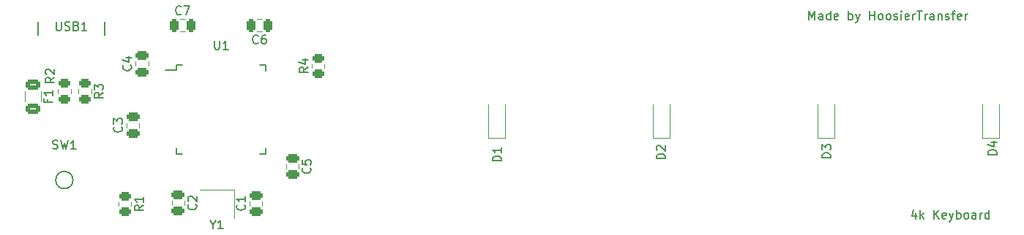
<source format=gto>
%TF.GenerationSoftware,KiCad,Pcbnew,(6.0.6)*%
%TF.CreationDate,2022-06-26T20:00:42-04:00*%
%TF.ProjectId,keyboard,6b657962-6f61-4726-942e-6b696361645f,rev?*%
%TF.SameCoordinates,Original*%
%TF.FileFunction,Legend,Top*%
%TF.FilePolarity,Positive*%
%FSLAX46Y46*%
G04 Gerber Fmt 4.6, Leading zero omitted, Abs format (unit mm)*
G04 Created by KiCad (PCBNEW (6.0.6)) date 2022-06-26 20:00:42*
%MOMM*%
%LPD*%
G01*
G04 APERTURE LIST*
G04 Aperture macros list*
%AMRoundRect*
0 Rectangle with rounded corners*
0 $1 Rounding radius*
0 $2 $3 $4 $5 $6 $7 $8 $9 X,Y pos of 4 corners*
0 Add a 4 corners polygon primitive as box body*
4,1,4,$2,$3,$4,$5,$6,$7,$8,$9,$2,$3,0*
0 Add four circle primitives for the rounded corners*
1,1,$1+$1,$2,$3*
1,1,$1+$1,$4,$5*
1,1,$1+$1,$6,$7*
1,1,$1+$1,$8,$9*
0 Add four rect primitives between the rounded corners*
20,1,$1+$1,$2,$3,$4,$5,0*
20,1,$1+$1,$4,$5,$6,$7,0*
20,1,$1+$1,$6,$7,$8,$9,0*
20,1,$1+$1,$8,$9,$2,$3,0*%
G04 Aperture macros list end*
%ADD10C,0.150000*%
%ADD11C,0.120000*%
%ADD12R,0.500000X2.250000*%
%ADD13O,1.700000X2.700000*%
%ADD14R,1.800000X1.100000*%
%ADD15RoundRect,0.250000X-0.475000X0.250000X-0.475000X-0.250000X0.475000X-0.250000X0.475000X0.250000X0*%
%ADD16R,1.400000X1.200000*%
%ADD17R,0.550000X1.500000*%
%ADD18R,1.500000X0.550000*%
%ADD19RoundRect,0.250000X0.450000X-0.262500X0.450000X0.262500X-0.450000X0.262500X-0.450000X-0.262500X0*%
%ADD20RoundRect,0.250000X-0.450000X0.262500X-0.450000X-0.262500X0.450000X-0.262500X0.450000X0.262500X0*%
%ADD21C,1.750000*%
%ADD22C,3.987800*%
%ADD23RoundRect,0.250000X-0.625000X0.375000X-0.625000X-0.375000X0.625000X-0.375000X0.625000X0.375000X0*%
%ADD24R,1.200000X0.900000*%
%ADD25RoundRect,0.250000X-0.250000X-0.475000X0.250000X-0.475000X0.250000X0.475000X-0.250000X0.475000X0*%
%ADD26RoundRect,0.250000X0.250000X0.475000X-0.250000X0.475000X-0.250000X-0.475000X0.250000X-0.475000X0*%
%ADD27RoundRect,0.250000X0.475000X-0.250000X0.475000X0.250000X-0.475000X0.250000X-0.475000X-0.250000X0*%
G04 APERTURE END LIST*
D10*
X145328190Y-99861714D02*
X145328190Y-100528380D01*
X145090095Y-99480761D02*
X144852000Y-100195047D01*
X145471047Y-100195047D01*
X145852000Y-100528380D02*
X145852000Y-99528380D01*
X145947238Y-100147428D02*
X146232952Y-100528380D01*
X146232952Y-99861714D02*
X145852000Y-100242666D01*
X147423428Y-100528380D02*
X147423428Y-99528380D01*
X147994857Y-100528380D02*
X147566285Y-99956952D01*
X147994857Y-99528380D02*
X147423428Y-100099809D01*
X148804380Y-100480761D02*
X148709142Y-100528380D01*
X148518666Y-100528380D01*
X148423428Y-100480761D01*
X148375809Y-100385523D01*
X148375809Y-100004571D01*
X148423428Y-99909333D01*
X148518666Y-99861714D01*
X148709142Y-99861714D01*
X148804380Y-99909333D01*
X148852000Y-100004571D01*
X148852000Y-100099809D01*
X148375809Y-100195047D01*
X149185333Y-99861714D02*
X149423428Y-100528380D01*
X149661523Y-99861714D02*
X149423428Y-100528380D01*
X149328190Y-100766476D01*
X149280571Y-100814095D01*
X149185333Y-100861714D01*
X150042476Y-100528380D02*
X150042476Y-99528380D01*
X150042476Y-99909333D02*
X150137714Y-99861714D01*
X150328190Y-99861714D01*
X150423428Y-99909333D01*
X150471047Y-99956952D01*
X150518666Y-100052190D01*
X150518666Y-100337904D01*
X150471047Y-100433142D01*
X150423428Y-100480761D01*
X150328190Y-100528380D01*
X150137714Y-100528380D01*
X150042476Y-100480761D01*
X151090095Y-100528380D02*
X150994857Y-100480761D01*
X150947238Y-100433142D01*
X150899619Y-100337904D01*
X150899619Y-100052190D01*
X150947238Y-99956952D01*
X150994857Y-99909333D01*
X151090095Y-99861714D01*
X151232952Y-99861714D01*
X151328190Y-99909333D01*
X151375809Y-99956952D01*
X151423428Y-100052190D01*
X151423428Y-100337904D01*
X151375809Y-100433142D01*
X151328190Y-100480761D01*
X151232952Y-100528380D01*
X151090095Y-100528380D01*
X152280571Y-100528380D02*
X152280571Y-100004571D01*
X152232952Y-99909333D01*
X152137714Y-99861714D01*
X151947238Y-99861714D01*
X151852000Y-99909333D01*
X152280571Y-100480761D02*
X152185333Y-100528380D01*
X151947238Y-100528380D01*
X151852000Y-100480761D01*
X151804380Y-100385523D01*
X151804380Y-100290285D01*
X151852000Y-100195047D01*
X151947238Y-100147428D01*
X152185333Y-100147428D01*
X152280571Y-100099809D01*
X152756761Y-100528380D02*
X152756761Y-99861714D01*
X152756761Y-100052190D02*
X152804380Y-99956952D01*
X152852000Y-99909333D01*
X152947238Y-99861714D01*
X153042476Y-99861714D01*
X153804380Y-100528380D02*
X153804380Y-99528380D01*
X153804380Y-100480761D02*
X153709142Y-100528380D01*
X153518666Y-100528380D01*
X153423428Y-100480761D01*
X153375809Y-100433142D01*
X153328190Y-100337904D01*
X153328190Y-100052190D01*
X153375809Y-99956952D01*
X153423428Y-99909333D01*
X153518666Y-99861714D01*
X153709142Y-99861714D01*
X153804380Y-99909333D01*
X132986011Y-77446130D02*
X132986011Y-76446130D01*
X133319345Y-77160416D01*
X133652678Y-76446130D01*
X133652678Y-77446130D01*
X134557440Y-77446130D02*
X134557440Y-76922321D01*
X134509821Y-76827083D01*
X134414583Y-76779464D01*
X134224107Y-76779464D01*
X134128869Y-76827083D01*
X134557440Y-77398511D02*
X134462202Y-77446130D01*
X134224107Y-77446130D01*
X134128869Y-77398511D01*
X134081249Y-77303273D01*
X134081249Y-77208035D01*
X134128869Y-77112797D01*
X134224107Y-77065178D01*
X134462202Y-77065178D01*
X134557440Y-77017559D01*
X135462202Y-77446130D02*
X135462202Y-76446130D01*
X135462202Y-77398511D02*
X135366964Y-77446130D01*
X135176488Y-77446130D01*
X135081250Y-77398511D01*
X135033630Y-77350892D01*
X134986011Y-77255654D01*
X134986011Y-76969940D01*
X135033630Y-76874702D01*
X135081250Y-76827083D01*
X135176488Y-76779464D01*
X135366964Y-76779464D01*
X135462202Y-76827083D01*
X136319345Y-77398511D02*
X136224107Y-77446130D01*
X136033630Y-77446130D01*
X135938392Y-77398511D01*
X135890773Y-77303273D01*
X135890773Y-76922321D01*
X135938392Y-76827083D01*
X136033630Y-76779464D01*
X136224107Y-76779464D01*
X136319345Y-76827083D01*
X136366964Y-76922321D01*
X136366964Y-77017559D01*
X135890773Y-77112797D01*
X137557440Y-77446130D02*
X137557440Y-76446130D01*
X137557440Y-76827083D02*
X137652678Y-76779464D01*
X137843154Y-76779464D01*
X137938392Y-76827083D01*
X137986011Y-76874702D01*
X138033630Y-76969940D01*
X138033630Y-77255654D01*
X137986011Y-77350892D01*
X137938392Y-77398511D01*
X137843154Y-77446130D01*
X137652678Y-77446130D01*
X137557440Y-77398511D01*
X138366964Y-76779464D02*
X138605059Y-77446130D01*
X138843154Y-76779464D02*
X138605059Y-77446130D01*
X138509821Y-77684226D01*
X138462202Y-77731845D01*
X138366964Y-77779464D01*
X139986011Y-77446130D02*
X139986011Y-76446130D01*
X139986011Y-76922321D02*
X140557440Y-76922321D01*
X140557440Y-77446130D02*
X140557440Y-76446130D01*
X141176488Y-77446130D02*
X141081250Y-77398511D01*
X141033630Y-77350892D01*
X140986011Y-77255654D01*
X140986011Y-76969940D01*
X141033630Y-76874702D01*
X141081250Y-76827083D01*
X141176488Y-76779464D01*
X141319345Y-76779464D01*
X141414583Y-76827083D01*
X141462202Y-76874702D01*
X141509821Y-76969940D01*
X141509821Y-77255654D01*
X141462202Y-77350892D01*
X141414583Y-77398511D01*
X141319345Y-77446130D01*
X141176488Y-77446130D01*
X142081250Y-77446130D02*
X141986011Y-77398511D01*
X141938392Y-77350892D01*
X141890773Y-77255654D01*
X141890773Y-76969940D01*
X141938392Y-76874702D01*
X141986011Y-76827083D01*
X142081250Y-76779464D01*
X142224107Y-76779464D01*
X142319345Y-76827083D01*
X142366964Y-76874702D01*
X142414583Y-76969940D01*
X142414583Y-77255654D01*
X142366964Y-77350892D01*
X142319345Y-77398511D01*
X142224107Y-77446130D01*
X142081250Y-77446130D01*
X142795535Y-77398511D02*
X142890773Y-77446130D01*
X143081250Y-77446130D01*
X143176488Y-77398511D01*
X143224107Y-77303273D01*
X143224107Y-77255654D01*
X143176488Y-77160416D01*
X143081250Y-77112797D01*
X142938392Y-77112797D01*
X142843154Y-77065178D01*
X142795535Y-76969940D01*
X142795535Y-76922321D01*
X142843154Y-76827083D01*
X142938392Y-76779464D01*
X143081250Y-76779464D01*
X143176488Y-76827083D01*
X143652678Y-77446130D02*
X143652678Y-76779464D01*
X143652678Y-76446130D02*
X143605059Y-76493750D01*
X143652678Y-76541369D01*
X143700297Y-76493750D01*
X143652678Y-76446130D01*
X143652678Y-76541369D01*
X144509821Y-77398511D02*
X144414583Y-77446130D01*
X144224107Y-77446130D01*
X144128869Y-77398511D01*
X144081250Y-77303273D01*
X144081250Y-76922321D01*
X144128869Y-76827083D01*
X144224107Y-76779464D01*
X144414583Y-76779464D01*
X144509821Y-76827083D01*
X144557440Y-76922321D01*
X144557440Y-77017559D01*
X144081250Y-77112797D01*
X144986011Y-77446130D02*
X144986011Y-76779464D01*
X144986011Y-76969940D02*
X145033630Y-76874702D01*
X145081250Y-76827083D01*
X145176488Y-76779464D01*
X145271726Y-76779464D01*
X145462202Y-76446130D02*
X146033630Y-76446130D01*
X145747916Y-77446130D02*
X145747916Y-76446130D01*
X146366964Y-77446130D02*
X146366964Y-76779464D01*
X146366964Y-76969940D02*
X146414583Y-76874702D01*
X146462202Y-76827083D01*
X146557440Y-76779464D01*
X146652678Y-76779464D01*
X147414583Y-77446130D02*
X147414583Y-76922321D01*
X147366964Y-76827083D01*
X147271726Y-76779464D01*
X147081250Y-76779464D01*
X146986011Y-76827083D01*
X147414583Y-77398511D02*
X147319345Y-77446130D01*
X147081250Y-77446130D01*
X146986011Y-77398511D01*
X146938392Y-77303273D01*
X146938392Y-77208035D01*
X146986011Y-77112797D01*
X147081250Y-77065178D01*
X147319345Y-77065178D01*
X147414583Y-77017559D01*
X147890773Y-76779464D02*
X147890773Y-77446130D01*
X147890773Y-76874702D02*
X147938392Y-76827083D01*
X148033630Y-76779464D01*
X148176488Y-76779464D01*
X148271726Y-76827083D01*
X148319345Y-76922321D01*
X148319345Y-77446130D01*
X148747916Y-77398511D02*
X148843154Y-77446130D01*
X149033630Y-77446130D01*
X149128869Y-77398511D01*
X149176488Y-77303273D01*
X149176488Y-77255654D01*
X149128869Y-77160416D01*
X149033630Y-77112797D01*
X148890773Y-77112797D01*
X148795535Y-77065178D01*
X148747916Y-76969940D01*
X148747916Y-76922321D01*
X148795535Y-76827083D01*
X148890773Y-76779464D01*
X149033630Y-76779464D01*
X149128869Y-76827083D01*
X149462202Y-76779464D02*
X149843154Y-76779464D01*
X149605059Y-77446130D02*
X149605059Y-76588988D01*
X149652678Y-76493750D01*
X149747916Y-76446130D01*
X149843154Y-76446130D01*
X150557440Y-77398511D02*
X150462202Y-77446130D01*
X150271726Y-77446130D01*
X150176488Y-77398511D01*
X150128869Y-77303273D01*
X150128869Y-76922321D01*
X150176488Y-76827083D01*
X150271726Y-76779464D01*
X150462202Y-76779464D01*
X150557440Y-76827083D01*
X150605059Y-76922321D01*
X150605059Y-77017559D01*
X150128869Y-77112797D01*
X151033630Y-77446130D02*
X151033630Y-76779464D01*
X151033630Y-76969940D02*
X151081250Y-76874702D01*
X151128869Y-76827083D01*
X151224107Y-76779464D01*
X151319345Y-76779464D01*
%TO.C,USB1*%
X45886904Y-77684380D02*
X45886904Y-78493904D01*
X45934523Y-78589142D01*
X45982142Y-78636761D01*
X46077380Y-78684380D01*
X46267857Y-78684380D01*
X46363095Y-78636761D01*
X46410714Y-78589142D01*
X46458333Y-78493904D01*
X46458333Y-77684380D01*
X46886904Y-78636761D02*
X47029761Y-78684380D01*
X47267857Y-78684380D01*
X47363095Y-78636761D01*
X47410714Y-78589142D01*
X47458333Y-78493904D01*
X47458333Y-78398666D01*
X47410714Y-78303428D01*
X47363095Y-78255809D01*
X47267857Y-78208190D01*
X47077380Y-78160571D01*
X46982142Y-78112952D01*
X46934523Y-78065333D01*
X46886904Y-77970095D01*
X46886904Y-77874857D01*
X46934523Y-77779619D01*
X46982142Y-77732000D01*
X47077380Y-77684380D01*
X47315476Y-77684380D01*
X47458333Y-77732000D01*
X48220238Y-78160571D02*
X48363095Y-78208190D01*
X48410714Y-78255809D01*
X48458333Y-78351047D01*
X48458333Y-78493904D01*
X48410714Y-78589142D01*
X48363095Y-78636761D01*
X48267857Y-78684380D01*
X47886904Y-78684380D01*
X47886904Y-77684380D01*
X48220238Y-77684380D01*
X48315476Y-77732000D01*
X48363095Y-77779619D01*
X48410714Y-77874857D01*
X48410714Y-77970095D01*
X48363095Y-78065333D01*
X48315476Y-78112952D01*
X48220238Y-78160571D01*
X47886904Y-78160571D01*
X49410714Y-78684380D02*
X48839285Y-78684380D01*
X49125000Y-78684380D02*
X49125000Y-77684380D01*
X49029761Y-77827238D01*
X48934523Y-77922476D01*
X48839285Y-77970095D01*
%TO.C,SW1*%
X45497916Y-92384511D02*
X45640773Y-92432130D01*
X45878869Y-92432130D01*
X45974107Y-92384511D01*
X46021726Y-92336892D01*
X46069345Y-92241654D01*
X46069345Y-92146416D01*
X46021726Y-92051178D01*
X45974107Y-92003559D01*
X45878869Y-91955940D01*
X45688392Y-91908321D01*
X45593154Y-91860702D01*
X45545535Y-91813083D01*
X45497916Y-91717845D01*
X45497916Y-91622607D01*
X45545535Y-91527369D01*
X45593154Y-91479750D01*
X45688392Y-91432130D01*
X45926488Y-91432130D01*
X46069345Y-91479750D01*
X46402678Y-91432130D02*
X46640773Y-92432130D01*
X46831250Y-91717845D01*
X47021726Y-92432130D01*
X47259821Y-91432130D01*
X48164583Y-92432130D02*
X47593154Y-92432130D01*
X47878869Y-92432130D02*
X47878869Y-91432130D01*
X47783630Y-91574988D01*
X47688392Y-91670226D01*
X47593154Y-91717845D01*
%TO.C,C2*%
X62031942Y-98871066D02*
X62079561Y-98918685D01*
X62127180Y-99061542D01*
X62127180Y-99156780D01*
X62079561Y-99299638D01*
X61984323Y-99394876D01*
X61889085Y-99442495D01*
X61698609Y-99490114D01*
X61555752Y-99490114D01*
X61365276Y-99442495D01*
X61270038Y-99394876D01*
X61174800Y-99299638D01*
X61127180Y-99156780D01*
X61127180Y-99061542D01*
X61174800Y-98918685D01*
X61222419Y-98871066D01*
X61222419Y-98490114D02*
X61174800Y-98442495D01*
X61127180Y-98347257D01*
X61127180Y-98109161D01*
X61174800Y-98013923D01*
X61222419Y-97966304D01*
X61317657Y-97918685D01*
X61412895Y-97918685D01*
X61555752Y-97966304D01*
X62127180Y-98537733D01*
X62127180Y-97918685D01*
%TO.C,Y1*%
X64007559Y-101217190D02*
X64007559Y-101693380D01*
X63674226Y-100693380D02*
X64007559Y-101217190D01*
X64340892Y-100693380D01*
X65198035Y-101693380D02*
X64626607Y-101693380D01*
X64912321Y-101693380D02*
X64912321Y-100693380D01*
X64817083Y-100836238D01*
X64721845Y-100931476D01*
X64626607Y-100979095D01*
%TO.C,U1*%
X64198095Y-79871380D02*
X64198095Y-80680904D01*
X64245714Y-80776142D01*
X64293333Y-80823761D01*
X64388571Y-80871380D01*
X64579047Y-80871380D01*
X64674285Y-80823761D01*
X64721904Y-80776142D01*
X64769523Y-80680904D01*
X64769523Y-79871380D01*
X65769523Y-80871380D02*
X65198095Y-80871380D01*
X65483809Y-80871380D02*
X65483809Y-79871380D01*
X65388571Y-80014238D01*
X65293333Y-80109476D01*
X65198095Y-80157095D01*
%TO.C,R4*%
X75002380Y-82970666D02*
X74526190Y-83304000D01*
X75002380Y-83542095D02*
X74002380Y-83542095D01*
X74002380Y-83161142D01*
X74050000Y-83065904D01*
X74097619Y-83018285D01*
X74192857Y-82970666D01*
X74335714Y-82970666D01*
X74430952Y-83018285D01*
X74478571Y-83065904D01*
X74526190Y-83161142D01*
X74526190Y-83542095D01*
X74335714Y-82113523D02*
X75002380Y-82113523D01*
X73954761Y-82351619D02*
X74669047Y-82589714D01*
X74669047Y-81970666D01*
%TO.C,R3*%
X51314880Y-85891666D02*
X50838690Y-86225000D01*
X51314880Y-86463095D02*
X50314880Y-86463095D01*
X50314880Y-86082142D01*
X50362500Y-85986904D01*
X50410119Y-85939285D01*
X50505357Y-85891666D01*
X50648214Y-85891666D01*
X50743452Y-85939285D01*
X50791071Y-85986904D01*
X50838690Y-86082142D01*
X50838690Y-86463095D01*
X50314880Y-85558333D02*
X50314880Y-84939285D01*
X50695833Y-85272619D01*
X50695833Y-85129761D01*
X50743452Y-85034523D01*
X50791071Y-84986904D01*
X50886309Y-84939285D01*
X51124404Y-84939285D01*
X51219642Y-84986904D01*
X51267261Y-85034523D01*
X51314880Y-85129761D01*
X51314880Y-85415476D01*
X51267261Y-85510714D01*
X51219642Y-85558333D01*
%TO.C,R2*%
X45664380Y-84139066D02*
X45188190Y-84472400D01*
X45664380Y-84710495D02*
X44664380Y-84710495D01*
X44664380Y-84329542D01*
X44712000Y-84234304D01*
X44759619Y-84186685D01*
X44854857Y-84139066D01*
X44997714Y-84139066D01*
X45092952Y-84186685D01*
X45140571Y-84234304D01*
X45188190Y-84329542D01*
X45188190Y-84710495D01*
X44759619Y-83758114D02*
X44712000Y-83710495D01*
X44664380Y-83615257D01*
X44664380Y-83377161D01*
X44712000Y-83281923D01*
X44759619Y-83234304D01*
X44854857Y-83186685D01*
X44950095Y-83186685D01*
X45092952Y-83234304D01*
X45664380Y-83805733D01*
X45664380Y-83186685D01*
%TO.C,R1*%
X55950380Y-98972666D02*
X55474190Y-99306000D01*
X55950380Y-99544095D02*
X54950380Y-99544095D01*
X54950380Y-99163142D01*
X54998000Y-99067904D01*
X55045619Y-99020285D01*
X55140857Y-98972666D01*
X55283714Y-98972666D01*
X55378952Y-99020285D01*
X55426571Y-99067904D01*
X55474190Y-99163142D01*
X55474190Y-99544095D01*
X55950380Y-98020285D02*
X55950380Y-98591714D01*
X55950380Y-98306000D02*
X54950380Y-98306000D01*
X55093238Y-98401238D01*
X55188476Y-98496476D01*
X55236095Y-98591714D01*
%TO.C,F1*%
X44928571Y-86693333D02*
X44928571Y-87026666D01*
X45452380Y-87026666D02*
X44452380Y-87026666D01*
X44452380Y-86550476D01*
X45452380Y-85645714D02*
X45452380Y-86217142D01*
X45452380Y-85931428D02*
X44452380Y-85931428D01*
X44595238Y-86026666D01*
X44690476Y-86121904D01*
X44738095Y-86217142D01*
%TO.C,D4*%
X154681180Y-93092495D02*
X153681180Y-93092495D01*
X153681180Y-92854400D01*
X153728800Y-92711542D01*
X153824038Y-92616304D01*
X153919276Y-92568685D01*
X154109752Y-92521066D01*
X154252609Y-92521066D01*
X154443085Y-92568685D01*
X154538323Y-92616304D01*
X154633561Y-92711542D01*
X154681180Y-92854400D01*
X154681180Y-93092495D01*
X154014514Y-91663923D02*
X154681180Y-91663923D01*
X153633561Y-91902019D02*
X154347847Y-92140114D01*
X154347847Y-91521066D01*
%TO.C,D3*%
X135478780Y-93448095D02*
X134478780Y-93448095D01*
X134478780Y-93210000D01*
X134526400Y-93067142D01*
X134621638Y-92971904D01*
X134716876Y-92924285D01*
X134907352Y-92876666D01*
X135050209Y-92876666D01*
X135240685Y-92924285D01*
X135335923Y-92971904D01*
X135431161Y-93067142D01*
X135478780Y-93210000D01*
X135478780Y-93448095D01*
X134478780Y-92543333D02*
X134478780Y-91924285D01*
X134859733Y-92257619D01*
X134859733Y-92114761D01*
X134907352Y-92019523D01*
X134954971Y-91971904D01*
X135050209Y-91924285D01*
X135288304Y-91924285D01*
X135383542Y-91971904D01*
X135431161Y-92019523D01*
X135478780Y-92114761D01*
X135478780Y-92400476D01*
X135431161Y-92495714D01*
X135383542Y-92543333D01*
%TO.C,D2*%
X116327180Y-93549695D02*
X115327180Y-93549695D01*
X115327180Y-93311600D01*
X115374800Y-93168742D01*
X115470038Y-93073504D01*
X115565276Y-93025885D01*
X115755752Y-92978266D01*
X115898609Y-92978266D01*
X116089085Y-93025885D01*
X116184323Y-93073504D01*
X116279561Y-93168742D01*
X116327180Y-93311600D01*
X116327180Y-93549695D01*
X115422419Y-92597314D02*
X115374800Y-92549695D01*
X115327180Y-92454457D01*
X115327180Y-92216361D01*
X115374800Y-92121123D01*
X115422419Y-92073504D01*
X115517657Y-92025885D01*
X115612895Y-92025885D01*
X115755752Y-92073504D01*
X116327180Y-92644933D01*
X116327180Y-92025885D01*
%TO.C,D1*%
X97378780Y-93803695D02*
X96378780Y-93803695D01*
X96378780Y-93565600D01*
X96426400Y-93422742D01*
X96521638Y-93327504D01*
X96616876Y-93279885D01*
X96807352Y-93232266D01*
X96950209Y-93232266D01*
X97140685Y-93279885D01*
X97235923Y-93327504D01*
X97331161Y-93422742D01*
X97378780Y-93565600D01*
X97378780Y-93803695D01*
X97378780Y-92279885D02*
X97378780Y-92851314D01*
X97378780Y-92565600D02*
X96378780Y-92565600D01*
X96521638Y-92660838D01*
X96616876Y-92756076D01*
X96664495Y-92851314D01*
%TO.C,C7*%
X60348333Y-76767142D02*
X60300714Y-76814761D01*
X60157857Y-76862380D01*
X60062619Y-76862380D01*
X59919761Y-76814761D01*
X59824523Y-76719523D01*
X59776904Y-76624285D01*
X59729285Y-76433809D01*
X59729285Y-76290952D01*
X59776904Y-76100476D01*
X59824523Y-76005238D01*
X59919761Y-75910000D01*
X60062619Y-75862380D01*
X60157857Y-75862380D01*
X60300714Y-75910000D01*
X60348333Y-75957619D01*
X60681666Y-75862380D02*
X61348333Y-75862380D01*
X60919761Y-76862380D01*
%TO.C,C6*%
X69238333Y-80127142D02*
X69190714Y-80174761D01*
X69047857Y-80222380D01*
X68952619Y-80222380D01*
X68809761Y-80174761D01*
X68714523Y-80079523D01*
X68666904Y-79984285D01*
X68619285Y-79793809D01*
X68619285Y-79650952D01*
X68666904Y-79460476D01*
X68714523Y-79365238D01*
X68809761Y-79270000D01*
X68952619Y-79222380D01*
X69047857Y-79222380D01*
X69190714Y-79270000D01*
X69238333Y-79317619D01*
X70095476Y-79222380D02*
X69905000Y-79222380D01*
X69809761Y-79270000D01*
X69762142Y-79317619D01*
X69666904Y-79460476D01*
X69619285Y-79650952D01*
X69619285Y-80031904D01*
X69666904Y-80127142D01*
X69714523Y-80174761D01*
X69809761Y-80222380D01*
X70000238Y-80222380D01*
X70095476Y-80174761D01*
X70143095Y-80127142D01*
X70190714Y-80031904D01*
X70190714Y-79793809D01*
X70143095Y-79698571D01*
X70095476Y-79650952D01*
X70000238Y-79603333D01*
X69809761Y-79603333D01*
X69714523Y-79650952D01*
X69666904Y-79698571D01*
X69619285Y-79793809D01*
%TO.C,C5*%
X75252142Y-94639666D02*
X75299761Y-94687285D01*
X75347380Y-94830142D01*
X75347380Y-94925380D01*
X75299761Y-95068238D01*
X75204523Y-95163476D01*
X75109285Y-95211095D01*
X74918809Y-95258714D01*
X74775952Y-95258714D01*
X74585476Y-95211095D01*
X74490238Y-95163476D01*
X74395000Y-95068238D01*
X74347380Y-94925380D01*
X74347380Y-94830142D01*
X74395000Y-94687285D01*
X74442619Y-94639666D01*
X74347380Y-93734904D02*
X74347380Y-94211095D01*
X74823571Y-94258714D01*
X74775952Y-94211095D01*
X74728333Y-94115857D01*
X74728333Y-93877761D01*
X74775952Y-93782523D01*
X74823571Y-93734904D01*
X74918809Y-93687285D01*
X75156904Y-93687285D01*
X75252142Y-93734904D01*
X75299761Y-93782523D01*
X75347380Y-93877761D01*
X75347380Y-94115857D01*
X75299761Y-94211095D01*
X75252142Y-94258714D01*
%TO.C,C4*%
X54493142Y-82716666D02*
X54540761Y-82764285D01*
X54588380Y-82907142D01*
X54588380Y-83002380D01*
X54540761Y-83145238D01*
X54445523Y-83240476D01*
X54350285Y-83288095D01*
X54159809Y-83335714D01*
X54016952Y-83335714D01*
X53826476Y-83288095D01*
X53731238Y-83240476D01*
X53636000Y-83145238D01*
X53588380Y-83002380D01*
X53588380Y-82907142D01*
X53636000Y-82764285D01*
X53683619Y-82716666D01*
X53921714Y-81859523D02*
X54588380Y-81859523D01*
X53540761Y-82097619D02*
X54255047Y-82335714D01*
X54255047Y-81716666D01*
%TO.C,C3*%
X53445892Y-89860416D02*
X53493511Y-89908035D01*
X53541130Y-90050892D01*
X53541130Y-90146130D01*
X53493511Y-90288988D01*
X53398273Y-90384226D01*
X53303035Y-90431845D01*
X53112559Y-90479464D01*
X52969702Y-90479464D01*
X52779226Y-90431845D01*
X52683988Y-90384226D01*
X52588750Y-90288988D01*
X52541130Y-90146130D01*
X52541130Y-90050892D01*
X52588750Y-89908035D01*
X52636369Y-89860416D01*
X52541130Y-89527083D02*
X52541130Y-88908035D01*
X52922083Y-89241369D01*
X52922083Y-89098511D01*
X52969702Y-89003273D01*
X53017321Y-88955654D01*
X53112559Y-88908035D01*
X53350654Y-88908035D01*
X53445892Y-88955654D01*
X53493511Y-89003273D01*
X53541130Y-89098511D01*
X53541130Y-89384226D01*
X53493511Y-89479464D01*
X53445892Y-89527083D01*
%TO.C,C1*%
X67663542Y-98921866D02*
X67711161Y-98969485D01*
X67758780Y-99112342D01*
X67758780Y-99207580D01*
X67711161Y-99350438D01*
X67615923Y-99445676D01*
X67520685Y-99493295D01*
X67330209Y-99540914D01*
X67187352Y-99540914D01*
X66996876Y-99493295D01*
X66901638Y-99445676D01*
X66806400Y-99350438D01*
X66758780Y-99207580D01*
X66758780Y-99112342D01*
X66806400Y-98969485D01*
X66854019Y-98921866D01*
X67758780Y-97969485D02*
X67758780Y-98540914D01*
X67758780Y-98255200D02*
X66758780Y-98255200D01*
X66901638Y-98350438D01*
X66996876Y-98445676D01*
X67044495Y-98540914D01*
%TO.C,USB1*%
X43775000Y-77724000D02*
X43775000Y-79248000D01*
X51475000Y-77724000D02*
X51475000Y-79248000D01*
%TO.C,SW1*%
X47831250Y-96043750D02*
G75*
G03*
X47831250Y-96043750I-1000000J0D01*
G01*
D11*
%TO.C,C2*%
X59259800Y-98443148D02*
X59259800Y-98965652D01*
X60729800Y-98443148D02*
X60729800Y-98965652D01*
%TO.C,Y1*%
X66483750Y-97141000D02*
X62483750Y-97141000D01*
X66483750Y-100441000D02*
X66483750Y-97141000D01*
D10*
%TO.C,U1*%
X59785000Y-82694000D02*
X59785000Y-83269000D01*
X70135000Y-82694000D02*
X69460000Y-82694000D01*
X59785000Y-83269000D02*
X58510000Y-83269000D01*
X70135000Y-93044000D02*
X69460000Y-93044000D01*
X59785000Y-82694000D02*
X60460000Y-82694000D01*
X70135000Y-82694000D02*
X70135000Y-83369000D01*
X70135000Y-93044000D02*
X70135000Y-92369000D01*
X59785000Y-93044000D02*
X60460000Y-93044000D01*
X59785000Y-93044000D02*
X59785000Y-92369000D01*
D11*
%TO.C,R4*%
X75465000Y-83031064D02*
X75465000Y-82576936D01*
X76935000Y-83031064D02*
X76935000Y-82576936D01*
%TO.C,R3*%
X48477500Y-85497936D02*
X48477500Y-85952064D01*
X49947500Y-85497936D02*
X49947500Y-85952064D01*
%TO.C,R2*%
X47566250Y-85497936D02*
X47566250Y-85952064D01*
X46096250Y-85497936D02*
X46096250Y-85952064D01*
%TO.C,R1*%
X54583000Y-98578936D02*
X54583000Y-99033064D01*
X53113000Y-98578936D02*
X53113000Y-99033064D01*
%TO.C,F1*%
X42270000Y-85757936D02*
X42270000Y-86962064D01*
X44090000Y-85757936D02*
X44090000Y-86962064D01*
%TO.C,D4*%
X154987500Y-91150000D02*
X154987500Y-87250000D01*
X152987500Y-91150000D02*
X154987500Y-91150000D01*
X152987500Y-91150000D02*
X152987500Y-87250000D01*
%TO.C,D3*%
X135937500Y-91150000D02*
X135937500Y-87250000D01*
X133937500Y-91150000D02*
X135937500Y-91150000D01*
X133937500Y-91150000D02*
X133937500Y-87250000D01*
%TO.C,D2*%
X114887500Y-91150000D02*
X114887500Y-87250000D01*
X114887500Y-91150000D02*
X116887500Y-91150000D01*
X116887500Y-91150000D02*
X116887500Y-87250000D01*
%TO.C,D1*%
X95837500Y-91150000D02*
X95837500Y-87250000D01*
X95837500Y-91150000D02*
X97837500Y-91150000D01*
X97837500Y-91150000D02*
X97837500Y-87250000D01*
%TO.C,C7*%
X60253748Y-78825000D02*
X60776252Y-78825000D01*
X60253748Y-77355000D02*
X60776252Y-77355000D01*
%TO.C,C6*%
X69666252Y-77355000D02*
X69143748Y-77355000D01*
X69666252Y-78825000D02*
X69143748Y-78825000D01*
%TO.C,C5*%
X73950000Y-94211748D02*
X73950000Y-94734252D01*
X72480000Y-94211748D02*
X72480000Y-94734252D01*
%TO.C,C4*%
X56551000Y-82811252D02*
X56551000Y-82288748D01*
X55081000Y-82811252D02*
X55081000Y-82288748D01*
%TO.C,C3*%
X55503750Y-89955002D02*
X55503750Y-89432498D01*
X54033750Y-89955002D02*
X54033750Y-89432498D01*
%TO.C,C1*%
X69721400Y-99016452D02*
X69721400Y-98493948D01*
X68251400Y-99016452D02*
X68251400Y-98493948D01*
%TD*%
%LPC*%
D12*
%TO.C,USB1*%
X46025000Y-80700000D03*
X46825000Y-80700000D03*
X47625000Y-80700000D03*
X48425000Y-80700000D03*
X49225000Y-80700000D03*
D13*
X51275000Y-80700000D03*
X43975000Y-80700000D03*
X43975000Y-76200000D03*
X51275000Y-76200000D03*
%TD*%
D14*
%TO.C,SW1*%
X43731250Y-94193750D03*
X49931250Y-97893750D03*
X43731250Y-97893750D03*
X49931250Y-94193750D03*
%TD*%
D15*
%TO.C,C2*%
X59994800Y-97754400D03*
X59994800Y-99654400D03*
%TD*%
D16*
%TO.C,Y1*%
X65583750Y-99641000D03*
X63383750Y-99641000D03*
X63383750Y-97941000D03*
X65583750Y-97941000D03*
%TD*%
D17*
%TO.C,U1*%
X60960000Y-82169000D03*
X61760000Y-82169000D03*
X62560000Y-82169000D03*
X63360000Y-82169000D03*
X64160000Y-82169000D03*
X64960000Y-82169000D03*
X65760000Y-82169000D03*
X66560000Y-82169000D03*
X67360000Y-82169000D03*
X68160000Y-82169000D03*
X68960000Y-82169000D03*
D18*
X70660000Y-83869000D03*
X70660000Y-84669000D03*
X70660000Y-85469000D03*
X70660000Y-86269000D03*
X70660000Y-87069000D03*
X70660000Y-87869000D03*
X70660000Y-88669000D03*
X70660000Y-89469000D03*
X70660000Y-90269000D03*
X70660000Y-91069000D03*
X70660000Y-91869000D03*
D17*
X68960000Y-93569000D03*
X68160000Y-93569000D03*
X67360000Y-93569000D03*
X66560000Y-93569000D03*
X65760000Y-93569000D03*
X64960000Y-93569000D03*
X64160000Y-93569000D03*
X63360000Y-93569000D03*
X62560000Y-93569000D03*
X61760000Y-93569000D03*
X60960000Y-93569000D03*
D18*
X59260000Y-91869000D03*
X59260000Y-91069000D03*
X59260000Y-90269000D03*
X59260000Y-89469000D03*
X59260000Y-88669000D03*
X59260000Y-87869000D03*
X59260000Y-87069000D03*
X59260000Y-86269000D03*
X59260000Y-85469000D03*
X59260000Y-84669000D03*
X59260000Y-83869000D03*
%TD*%
D19*
%TO.C,R4*%
X76200000Y-83716500D03*
X76200000Y-81891500D03*
%TD*%
D20*
%TO.C,R3*%
X49212500Y-86637500D03*
X49212500Y-84812500D03*
%TD*%
%TO.C,R2*%
X46831250Y-84812500D03*
X46831250Y-86637500D03*
%TD*%
%TO.C,R1*%
X53848000Y-97893500D03*
X53848000Y-99718500D03*
%TD*%
D21*
%TO.C,MX4*%
X151130000Y-88900000D03*
X140970000Y-88900000D03*
D22*
X146050000Y-88900000D03*
%TD*%
D21*
%TO.C,MX3*%
X132080000Y-88900000D03*
X121920000Y-88900000D03*
D22*
X127000000Y-88900000D03*
%TD*%
D21*
%TO.C,MX2*%
X113030000Y-88900000D03*
X102870000Y-88900000D03*
D22*
X107950000Y-88900000D03*
%TD*%
D21*
%TO.C,MX1*%
X93980000Y-88900000D03*
X83820000Y-88900000D03*
D22*
X88900000Y-88900000D03*
%TD*%
D23*
%TO.C,F1*%
X43180000Y-84960000D03*
X43180000Y-87760000D03*
%TD*%
D24*
%TO.C,D4*%
X153987500Y-87250000D03*
X153987500Y-90550000D03*
%TD*%
%TO.C,D3*%
X134937500Y-87250000D03*
X134937500Y-90550000D03*
%TD*%
%TO.C,D2*%
X115887500Y-90550000D03*
X115887500Y-87250000D03*
%TD*%
%TO.C,D1*%
X96837500Y-90550000D03*
X96837500Y-87250000D03*
%TD*%
D25*
%TO.C,C7*%
X59565000Y-78090000D03*
X61465000Y-78090000D03*
%TD*%
D26*
%TO.C,C6*%
X70355000Y-78090000D03*
X68455000Y-78090000D03*
%TD*%
D15*
%TO.C,C5*%
X73215000Y-95423000D03*
X73215000Y-93523000D03*
%TD*%
D27*
%TO.C,C4*%
X55816000Y-83500000D03*
X55816000Y-81600000D03*
%TD*%
%TO.C,C3*%
X54768750Y-90643750D03*
X54768750Y-88743750D03*
%TD*%
%TO.C,C1*%
X68986400Y-99705200D03*
X68986400Y-97805200D03*
%TD*%
M02*

</source>
